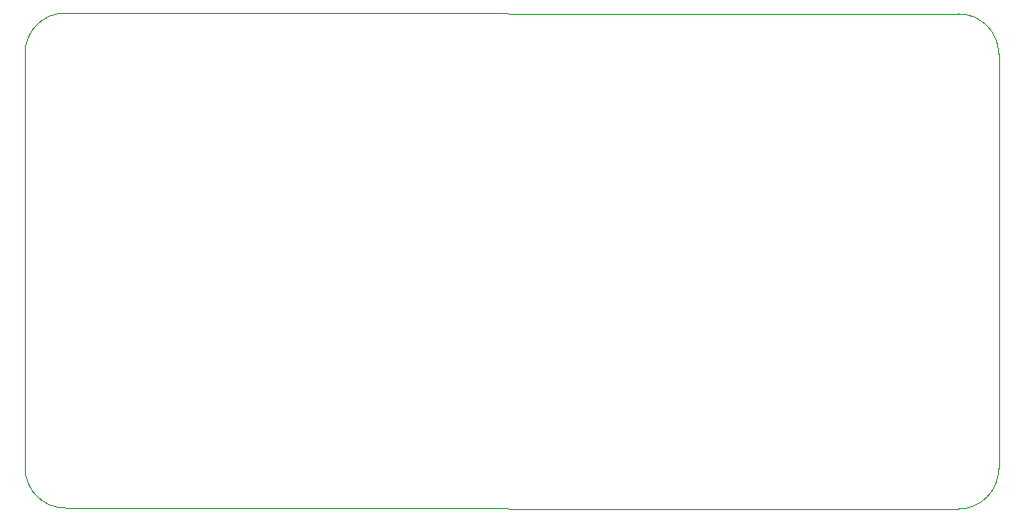
<source format=gm1>
%TF.GenerationSoftware,KiCad,Pcbnew,7.0.2-0*%
%TF.CreationDate,2024-06-12T14:29:37+08:00*%
%TF.ProjectId,angle_detect,616e676c-655f-4646-9574-6563742e6b69,rev?*%
%TF.SameCoordinates,Original*%
%TF.FileFunction,Profile,NP*%
%FSLAX46Y46*%
G04 Gerber Fmt 4.6, Leading zero omitted, Abs format (unit mm)*
G04 Created by KiCad (PCBNEW 7.0.2-0) date 2024-06-12 14:29:37*
%MOMM*%
%LPD*%
G01*
G04 APERTURE LIST*
%TA.AperFunction,Profile*%
%ADD10C,0.100000*%
%TD*%
G04 APERTURE END LIST*
D10*
X49276000Y-167259000D02*
G75*
G03*
X52705000Y-170688000I3429000J0D01*
G01*
X128701800Y-170764200D02*
G75*
G03*
X132130800Y-167335200I0J3429000D01*
G01*
X52705000Y-128524000D02*
X128701800Y-128600200D01*
X49276000Y-167259000D02*
X49276000Y-131953000D01*
X132130800Y-132029200D02*
X132130800Y-167335200D01*
X52705000Y-128524000D02*
G75*
G03*
X49276000Y-131953000I0J-3429000D01*
G01*
X128701800Y-170764200D02*
X52705000Y-170688000D01*
X132130800Y-132029200D02*
G75*
G03*
X128701800Y-128600200I-3429000J0D01*
G01*
M02*

</source>
